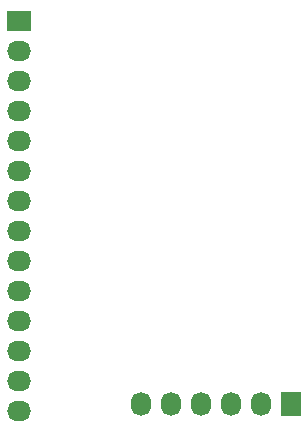
<source format=gbr>
G04 #@! TF.FileFunction,Soldermask,Bot*
%FSLAX46Y46*%
G04 Gerber Fmt 4.6, Leading zero omitted, Abs format (unit mm)*
G04 Created by KiCad (PCBNEW 4.0.3+e1-6302~38~ubuntu14.04.1-stable) date Sat Aug 13 21:19:10 2016*
%MOMM*%
%LPD*%
G01*
G04 APERTURE LIST*
%ADD10C,0.100000*%
%ADD11R,1.727200X2.032000*%
%ADD12O,1.727200X2.032000*%
%ADD13R,2.032000X1.727200*%
%ADD14O,2.032000X1.727200*%
G04 APERTURE END LIST*
D10*
D11*
X135359000Y-137850000D03*
D12*
X132819000Y-137850000D03*
X130279000Y-137850000D03*
X127739000Y-137850000D03*
X125199000Y-137850000D03*
X122659000Y-137850000D03*
D13*
X112395000Y-105410000D03*
D14*
X112395000Y-107950000D03*
X112395000Y-110490000D03*
X112395000Y-113030000D03*
X112395000Y-115570000D03*
X112395000Y-118110000D03*
X112395000Y-120650000D03*
X112395000Y-123190000D03*
X112395000Y-125730000D03*
X112395000Y-128270000D03*
X112395000Y-130810000D03*
X112395000Y-133350000D03*
X112395000Y-135890000D03*
X112395000Y-138430000D03*
M02*

</source>
